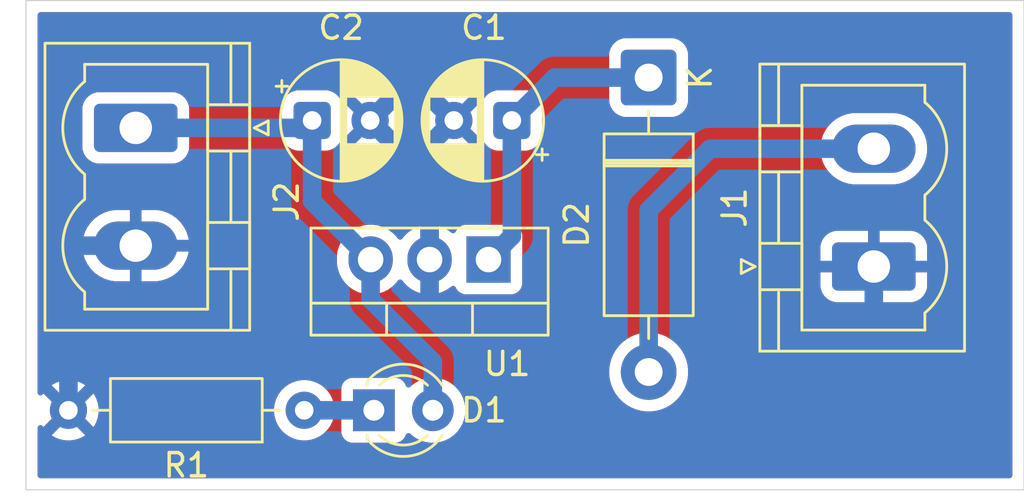
<source format=kicad_pcb>
(kicad_pcb (version 20241229) (generator "pcbnew") (generator_version "9.0")
  (layers (0 "F.Cu" signal) (2 "B.Cu" signal) (13 "F.Paste" user) (15 "B.Paste" user) (5 "F.SilkS" user "F.Silkscreen") (7 "B.SilkS" user "B.Silkscreen") (1 "F.Mask" user) (3 "B.Mask" user) (25 "Edge.Cuts" user))
  (net 0 "")
  (net 1 "Net-(D2-K)")
  (net 2 "GND")
  (net 3 "Net-(D1-A)")
  (net 4 "Net-(D1-K)")
  (net 5 "Net-(D2-A)")
  (footprint "Diode_THT:D_DO-15_P12.70mm_Horizontal" (layer "F.Cu") (at 125.6 91.65 -90)
    (property "Reference" "D2" (at 6.35 3.1 90) (layer "F.SilkS"))
    (property "Value" "D")
    (fp_line (start 1.44 0) (end 2.43 0) (stroke (width 0.12)) (layer "F.SilkS"))
    (fp_line (start 11.26 0) (end 10.27 0) (stroke (width 0.12)) (layer "F.SilkS"))
    (fp_line (start 3.57 -1.92) (end 3.57 1.92) (stroke (width 0.12)) (layer "F.SilkS"))
    (fp_line (start 3.69 -1.92) (end 3.69 1.92) (stroke (width 0.12)) (layer "F.SilkS"))
    (fp_line (start 3.81 -1.92) (end 3.81 1.92) (stroke (width 0.12)) (layer "F.SilkS"))
    (fp_rect (start 2.43 -1.92) (end 10.27 1.92) (stroke (width 0.12)) (fill no) (layer "F.SilkS"))
    (fp_text user "K" (at 0 -2.2 90) (layer "F.SilkS"))
    (pad "1" thru_hole roundrect (at 0 0 270) (size 2.4 2.4) (drill 1.2) (layers "*.Cu" "*.Mask") (roundrect_rratio 0.104167) (net 1 "Net-(D2-K)"))
    (pad "2" thru_hole circle (at 12.7 0 270) (size 2.4 2.4) (drill 1.2) (layers "*.Cu" "*.Mask") (net 5 "Net-(D2-A)"))
  )
  (footprint "LED_THT:LED_D3.0mm_FlatTop" (layer "F.Cu") (at 113.76 106)
    (property "Reference" "D1" (at 4.74 0 0) (layer "F.SilkS"))
    (property "Value" "LED")
    (fp_line (start -0.29 -1.236) (end -0.29 -1.08) (stroke (width 0.12)) (layer "F.SilkS"))
    (fp_line (start -0.29 1.08) (end -0.29 1.236) (stroke (width 0.12)) (layer "F.SilkS"))
    (fp_arc (start -0.29 -1.235516) (mid 1.36566 -1.987699) (end 2.941437 -1.08) (stroke (width 0.12)) (layer "F.SilkS"))
    (fp_arc (start 0.229039 -1.08) (mid 1.27 -1.5) (end 2.310961 -1.08) (stroke (width 0.12)) (layer "F.SilkS"))
    (fp_arc (start 2.310961 1.08) (mid 1.27 1.5) (end 0.229039 1.08) (stroke (width 0.12)) (layer "F.SilkS"))
    (fp_arc (start 2.941437 1.08) (mid 1.36566 1.987699) (end -0.29 1.235516) (stroke (width 0.12)) (layer "F.SilkS"))
    (pad "1" thru_hole rect (at 0 0) (size 1.8 1.8) (drill 0.9) (layers "*.Cu" "*.Mask") (net 4 "Net-(D1-K)"))
    (pad "2" thru_hole circle (at 2.54 0) (size 1.8 1.8) (drill 0.9) (layers "*.Cu" "*.Mask") (net 3 "Net-(D1-A)"))
  )
  (footprint "Connector_Phoenix_MSTB:PhoenixContact_MSTBVA_2,5_2-G-5,08_1x02_P5.08mm_Vertical" (layer "F.Cu") (at 103.5 93.82 -90)
    (property "Reference" "J2" (at 3.18 -6.5 90) (layer "F.SilkS"))
    (property "Value" "Conn_01x02_Socket")
    (fp_line (start -2.74 2.2) (end -2.74 -3.1) (stroke (width 0.12)) (layer "F.SilkS"))
    (fp_line (start -2 2.2) (end -2.74 2.2) (stroke (width 0.12)) (layer "F.SilkS"))
    (fp_line (start 2 2.2) (end 3.08 2.2) (stroke (width 0.12)) (layer "F.SilkS"))
    (fp_line (start 7.82 2.2) (end 7.08 2.2) (stroke (width 0.12)) (layer "F.SilkS"))
    (fp_line (start -2.74 -3.1) (end 7.82 -3.1) (stroke (width 0.12)) (layer "F.SilkS"))
    (fp_line (start 7.82 -3.1) (end 7.82 2.2) (stroke (width 0.12)) (layer "F.SilkS"))
    (fp_line (start -3.65 -4.1) (end -1.11 -4.1) (stroke (width 0.12)) (layer "F.SilkS"))
    (fp_line (start 1 -4.1) (end 4.08 -4.1) (stroke (width 0.12)) (layer "F.SilkS"))
    (fp_line (start 8.73 -4.1) (end 6.19 -4.1) (stroke (width 0.12)) (layer "F.SilkS"))
    (fp_line (start 0 -5.11) (end -0.3 -5.71) (stroke (width 0.12)) (layer "F.SilkS"))
    (fp_line (start -0.3 -5.71) (end 0.3 -5.71) (stroke (width 0.12)) (layer "F.SilkS"))
    (fp_line (start 0.3 -5.71) (end 0 -5.11) (stroke (width 0.12)) (layer "F.SilkS"))
    (fp_rect (start -3.65 -4.91) (end 8.73 3.91) (stroke (width 0.12)) (fill no) (layer "F.SilkS"))
    (fp_rect (start -1 -4.91) (end 1 -3.1) (stroke (width 0.12)) (fill no) (layer "F.SilkS"))
    (fp_rect (start 4.08 -4.91) (end 6.08 -3.1) (stroke (width 0.12)) (fill no) (layer "F.SilkS"))
    (fp_arc (start 1.986842 2.215821) (mid -0.010289 3.142758) (end -2 2.2) (stroke (width 0.12)) (layer "F.SilkS"))
    (fp_arc (start 7.066842 2.215821) (mid 5.069711 3.142758) (end 3.08 2.2) (stroke (width 0.12)) (layer "F.SilkS"))
    (pad "1" thru_hole roundrect (at 0 0 270) (size 2.08 3.6) (drill 1.4) (layers "*.Cu" "*.Mask") (roundrect_rratio 0.120192) (net 3 "Net-(D1-A)"))
    (pad "2" thru_hole oval (at 5.08 0 270) (size 2.08 3.6) (drill 1.4) (layers "*.Cu" "*.Mask") (net 2 "GND"))
  )
  (footprint "Resistor_THT:R_Axial_DIN0207_L6.3mm_D2.5mm_P10.16mm_Horizontal" (layer "F.Cu") (at 110.76 106 180)
    (property "Reference" "R1" (at 5.08 -2.37 0) (layer "F.SilkS"))
    (property "Value" "R")
    (fp_line (start 9.12 0) (end 8.35 0) (stroke (width 0.12)) (layer "F.SilkS"))
    (fp_line (start 1.04 0) (end 1.81 0) (stroke (width 0.12)) (layer "F.SilkS"))
    (fp_rect (start 1.81 -1.37) (end 8.35 1.37) (stroke (width 0.12)) (fill no) (layer "F.SilkS"))
    (pad "1" thru_hole circle (at 0 0 180) (size 1.6 1.6) (drill 0.8) (layers "*.Cu" "*.Mask") (net 4 "Net-(D1-K)"))
    (pad "2" thru_hole circle (at 10.16 0 180) (size 1.6 1.6) (drill 0.8) (layers "*.Cu" "*.Mask") (net 2 "GND"))
  )
  (footprint "Connector_Phoenix_MSTB:PhoenixContact_MSTBVA_2,5_2-G-5,08_1x02_P5.08mm_Vertical" (layer "F.Cu") (at 135.3 99.8 90)
    (property "Reference" "J1" (at 2.54 -6 90) (layer "F.SilkS"))
    (property "Value" "Conn_01x02_Socket")
    (fp_line (start 0.3 -5.71) (end 0 -5.11) (stroke (width 0.12)) (layer "F.SilkS"))
    (fp_line (start -0.3 -5.71) (end 0.3 -5.71) (stroke (width 0.12)) (layer "F.SilkS"))
    (fp_line (start 0 -5.11) (end -0.3 -5.71) (stroke (width 0.12)) (layer "F.SilkS"))
    (fp_line (start 8.73 -4.1) (end 6.19 -4.1) (stroke (width 0.12)) (layer "F.SilkS"))
    (fp_line (start 1 -4.1) (end 4.08 -4.1) (stroke (width 0.12)) (layer "F.SilkS"))
    (fp_line (start -3.65 -4.1) (end -1.11 -4.1) (stroke (width 0.12)) (layer "F.SilkS"))
    (fp_line (start 7.82 -3.1) (end 7.82 2.2) (stroke (width 0.12)) (layer "F.SilkS"))
    (fp_line (start -2.74 -3.1) (end 7.82 -3.1) (stroke (width 0.12)) (layer "F.SilkS"))
    (fp_line (start 7.82 2.2) (end 7.08 2.2) (stroke (width 0.12)) (layer "F.SilkS"))
    (fp_line (start 2 2.2) (end 3.08 2.2) (stroke (width 0.12)) (layer "F.SilkS"))
    (fp_line (start -2 2.2) (end -2.74 2.2) (stroke (width 0.12)) (layer "F.SilkS"))
    (fp_line (start -2.74 2.2) (end -2.74 -3.1) (stroke (width 0.12)) (layer "F.SilkS"))
    (fp_rect (start 4.08 -4.91) (end 6.08 -3.1) (stroke (width 0.12)) (fill no) (layer "F.SilkS"))
    (fp_rect (start -1 -4.91) (end 1 -3.1) (stroke (width 0.12)) (fill no) (layer "F.SilkS"))
    (fp_rect (start -3.65 -4.91) (end 8.73 3.91) (stroke (width 0.12)) (fill no) (layer "F.SilkS"))
    (fp_arc (start 7.066842 2.215821) (mid 5.069711 3.142758) (end 3.08 2.2) (stroke (width 0.12)) (layer "F.SilkS"))
    (fp_arc (start 1.986842 2.215821) (mid -0.010289 3.142758) (end -2 2.2) (stroke (width 0.12)) (layer "F.SilkS"))
    (pad "1" thru_hole roundrect (at 0 0 90) (size 2.08 3.6) (drill 1.4) (layers "*.Cu" "*.Mask") (roundrect_rratio 0.120192) (net 2 "GND"))
    (pad "2" thru_hole oval (at 5.08 0 90) (size 2.08 3.6) (drill 1.4) (layers "*.Cu" "*.Mask") (net 5 "Net-(D2-A)"))
  )
  (footprint "Capacitor_THT:CP_Radial_D5.0mm_P2.50mm" (layer "F.Cu") (at 119.7051 93.5 180)
    (property "Reference" "C1" (at 1.2051 4 0) (layer "F.SilkS"))
    (property "Value" "100uF/25v")
    (fp_line (start 3.85 -0.283) (end 3.85 0.283) (stroke (width 0.12)) (layer "F.SilkS"))
    (fp_line (start 3.81 -0.517) (end 3.81 0.517) (stroke (width 0.12)) (layer "F.SilkS"))
    (fp_line (start 3.77 -0.677) (end 3.77 0.677) (stroke (width 0.12)) (layer "F.SilkS"))
    (fp_line (start 3.73 -0.805) (end 3.73 0.805) (stroke (width 0.12)) (layer "F.SilkS"))
    (fp_line (start 3.69 -0.914) (end 3.69 0.914) (stroke (width 0.12)) (layer "F.SilkS"))
    (fp_line (start 3.65 -1.011) (end 3.65 1.011) (stroke (width 0.12)) (layer "F.SilkS"))
    (fp_line (start 3.61 -1.098) (end 3.61 1.098) (stroke (width 0.12)) (layer "F.SilkS"))
    (fp_line (start 3.57 -1.177) (end 3.57 1.177) (stroke (width 0.12)) (layer "F.SilkS"))
    (fp_line (start 3.53 1.04) (end 3.53 1.251) (stroke (width 0.12)) (layer "F.SilkS"))
    (fp_line (start 3.53 -1.251) (end 3.53 -1.04) (stroke (width 0.12)) (layer "F.SilkS"))
    (fp_line (start 3.49 1.04) (end 3.49 1.319) (stroke (width 0.12)) (layer "F.SilkS"))
    (fp_line (start 3.49 -1.319) (end 3.49 -1.04) (stroke (width 0.12)) (layer "F.SilkS"))
    (fp_line (start 3.45 1.04) (end 3.45 1.383) (stroke (width 0.12)) (layer "F.SilkS"))
    (fp_line (start 3.45 -1.383) (end 3.45 -1.04) (stroke (width 0.12)) (layer "F.SilkS"))
    (fp_line (start 3.41 1.04) (end 3.41 1.443) (stroke (width 0.12)) (layer "F.SilkS"))
    (fp_line (start 3.41 -1.443) (end 3.41 -1.04) (stroke (width 0.12)) (layer "F.SilkS"))
    (fp_line (start 3.37 1.04) (end 3.37 1.499) (stroke (width 0.12)) (layer "F.SilkS"))
    (fp_line (start 3.37 -1.499) (end 3.37 -1.04) (stroke (width 0.12)) (layer "F.SilkS"))
    (fp_line (start 3.33 1.04) (end 3.33 1.553) (stroke (width 0.12)) (layer "F.SilkS"))
    (fp_line (start 3.33 -1.553) (end 3.33 -1.04) (stroke (width 0.12)) (layer "F.SilkS"))
    (fp_line (start 3.29 1.04) (end 3.29 1.604) (stroke (width 0.12)) (layer "F.SilkS"))
    (fp_line (start 3.29 -1.604) (end 3.29 -1.04) (stroke (width 0.12)) (layer "F.SilkS"))
    (fp_line (start 3.25 1.04) (end 3.25 1.652) (stroke (width 0.12)) (layer "F.SilkS"))
    (fp_line (start 3.25 -1.652) (end 3.25 -1.04) (stroke (width 0.12)) (layer "F.SilkS"))
    (fp_line (start 3.21 1.04) (end 3.21 1.699) (stroke (width 0.12)) (layer "F.SilkS"))
    (fp_line (start 3.21 -1.699) (end 3.21 -1.04) (stroke (width 0.12)) (layer "F.SilkS"))
    (fp_line (start 3.17 1.04) (end 3.17 1.743) (stroke (width 0.12)) (layer "F.SilkS"))
    (fp_line (start 3.17 -1.743) (end 3.17 -1.04) (stroke (width 0.12)) (layer "F.SilkS"))
    (fp_line (start 3.13 1.04) (end 3.13 1.785) (stroke (width 0.12)) (layer "F.SilkS"))
    (fp_line (start 3.13 -1.785) (end 3.13 -1.04) (stroke (width 0.12)) (layer "F.SilkS"))
    (fp_line (start 3.09 1.04) (end 3.09 1.825) (stroke (width 0.12)) (layer "F.SilkS"))
    (fp_line (start 3.09 -1.825) (end 3.09 -1.04) (stroke (width 0.12)) (layer "F.SilkS"))
    (fp_line (start 3.05 1.04) (end 3.05 1.864) (stroke (width 0.12)) (layer "F.SilkS"))
    (fp_line (start 3.05 -1.864) (end 3.05 -1.04) (stroke (width 0.12)) (layer "F.SilkS"))
    (fp_line (start 3.01 1.04) (end 3.01 1.901) (stroke (width 0.12)) (layer "F.SilkS"))
    (fp_line (start 3.01 -1.901) (end 3.01 -1.04) (stroke (width 0.12)) (layer "F.SilkS"))
    (fp_line (start 2.97 1.04) (end 2.97 1.936) (stroke (width 0.12)) (layer "F.SilkS"))
    (fp_line (start 2.97 -1.936) (end 2.97 -1.04) (stroke (width 0.12)) (layer "F.SilkS"))
    (fp_line (start 2.93 1.04) (end 2.93 1.97) (stroke (width 0.12)) (layer "F.SilkS"))
    (fp_line (start 2.93 -1.97) (end 2.93 -1.04) (stroke (width 0.12)) (layer "F.SilkS"))
    (fp_line (start 2.89 1.04) (end 2.89 2.003) (stroke (width 0.12)) (layer "F.SilkS"))
    (fp_line (start 2.89 -2.003) (end 2.89 -1.04) (stroke (width 0.12)) (layer "F.SilkS"))
    (fp_line (start 2.85 1.04) (end 2.85 2.035) (stroke (width 0.12)) (layer "F.SilkS"))
    (fp_line (start 2.85 -2.035) (end 2.85 -1.04) (stroke (width 0.12)) (layer "F.SilkS"))
    (fp_line (start 2.81 1.04) (end 2.81 2.065) (stroke (width 0.12)) (layer "F.SilkS"))
    (fp_line (start 2.81 -2.065) (end 2.81 -1.04) (stroke (width 0.12)) (layer "F.SilkS"))
    (fp_line (start 2.77 1.04) (end 2.77 2.094) (stroke (width 0.12)) (layer "F.SilkS"))
    (fp_line (start 2.77 -2.094) (end 2.77 -1.04) (stroke (width 0.12)) (layer "F.SilkS"))
    (fp_line (start 2.73 1.04) (end 2.73 2.122) (stroke (width 0.12)) (layer "F.SilkS"))
    (fp_line (start 2.73 -2.122) (end 2.73 -1.04) (stroke (width 0.12)) (layer "F.SilkS"))
    (fp_line (start 2.69 1.04) (end 2.69 2.149) (stroke (width 0.12)) (layer "F.SilkS"))
    (fp_line (start 2.69 -2.149) (end 2.69 -1.04) (stroke (width 0.12)) (layer "F.SilkS"))
    (fp_line (start 2.65 1.04) (end 2.65 2.175) (stroke (width 0.12)) (layer "F.SilkS"))
    (fp_line (start 2.65 -2.175) (end 2.65 -1.04) (stroke (width 0.12)) (layer "F.SilkS"))
    (fp_line (start 2.61 1.04) (end 2.61 2.199) (stroke (width 0.12)) (layer "F.SilkS"))
    (fp_line (start 2.61 -2.199) (end 2.61 -1.04) (stroke (width 0.12)) (layer "F.SilkS"))
    (fp_line (start 2.57 1.04) (end 2.57 2.223) (stroke (width 0.12)) (layer "F.SilkS"))
    (fp_line (start 2.57 -2.223) (end 2.57 -1.04) (stroke (width 0.12)) (layer "F.SilkS"))
    (fp_line (start 2.53 1.04) (end 2.53 2.246) (stroke (width 0.12)) (layer "F.SilkS"))
    (fp_line (start 2.53 -2.246) (end 2.53 -1.04) (stroke (width 0.12)) (layer "F.SilkS"))
    (fp_line (start 2.49 1.04) (end 2.49 2.268) (stroke (width 0.12)) (layer "F.SilkS"))
    (fp_line (start 2.49 -2.268) (end 2.49 -1.04) (stroke (width 0.12)) (layer "F.SilkS"))
    (fp_line (start 2.45 1.04) (end 2.45 2.289) (stroke (width 0.12)) (layer "F.SilkS"))
    (fp_line (start 2.45 -2.289) (end 2.45 -1.04) (stroke (width 0.12)) (layer "F.SilkS"))
    (fp_line (start 2.41 1.04) (end 2.41 2.309) (stroke (width 0.12)) (layer "F.SilkS"))
    (fp_line (start 2.41 -2.309) (end 2.41 -1.04) (stroke (width 0.12)) (layer "F.SilkS"))
    (fp_line (start 2.37 1.04) (end 2.37 2.329) (stroke (width 0.12)) (layer "F.SilkS"))
    (fp_line (start 2.37 -2.329) (end 2.37 -1.04) (stroke (width 0.12)) (layer "F.SilkS"))
    (fp_line (start 2.33 1.04) (end 2.33 2.347) (stroke (width 0.12)) (layer "F.SilkS"))
    (fp_line (start 2.33 -2.347) (end 2.33 -1.04) (stroke (width 0.12)) (layer "F.SilkS"))
    (fp_line (start 2.29 1.04) (end 2.29 2.365) (stroke (width 0.12)) (layer "F.SilkS"))
    (fp_line (start 2.29 -2.365) (end 2.29 -1.04) (stroke (width 0.12)) (layer "F.SilkS"))
    (fp_line (start 2.25 1.04) (end 2.25 2.382) (stroke (width 0.12)) (layer "F.SilkS"))
    (fp_line (start 2.25 -2.382) (end 2.25 -1.04) (stroke (width 0.12)) (layer "F.SilkS"))
    (fp_line (start 2.21 1.04) (end 2.21 2.398) (stroke (width 0.12)) (layer "F.SilkS"))
    (fp_line (start 2.21 -2.398) (end 2.21 -1.04) (stroke (width 0.12)) (layer "F.SilkS"))
    (fp_line (start 2.17 1.04) (end 2.17 2.413) (stroke (width 0.12)) (layer "F.SilkS"))
    (fp_line (start 2.17 -2.413) (end 2.17 -1.04) (stroke (width 0.12)) (layer "F.SilkS"))
    (fp_line (start 2.13 1.04) (end 2.13 2.428) (stroke (width 0.12)) (layer "F.SilkS"))
    (fp_line (start 2.13 -2.428) (end 2.13 -1.04) (stroke (width 0.12)) (layer "F.SilkS"))
    (fp_line (start 2.09 1.04) (end 2.09 2.442) (stroke (width 0.12)) (layer "F.SilkS"))
    (fp_line (start 2.09 -2.442) (end 2.09 -1.04) (stroke (width 0.12)) (layer "F.SilkS"))
    (fp_line (start 2.05 1.04) (end 2.05 2.455) (stroke (width 0.12)) (layer "F.SilkS"))
    (fp_line (start 2.05 -2.455) (end 2.05 -1.04) (stroke (width 0.12)) (layer "F.SilkS"))
    (fp_line (start 2.01 1.04) (end 2.01 2.467) (stroke (width 0.12)) (layer "F.SilkS"))
    (fp_line (start 2.01 -2.467) (end 2.01 -1.04) (stroke (width 0.12)) (layer "F.SilkS"))
    (fp_line (start 1.97 1.04) (end 1.97 2.479) (stroke (width 0.12)) (layer "F.SilkS"))
    (fp_line (start 1.97 -2.479) (end 1.97 -1.04) (stroke (width 0.12)) (layer "F.SilkS"))
    (fp_line (start 1.93 1.04) (end 1.93 2.49) (stroke (width 0.12)) (layer "F.SilkS"))
    (fp_line (start 1.93 -2.49) (end 1.93 -1.04) (stroke (width 0.12)) (layer "F.SilkS"))
    (fp_line (start 1.89 1.04) (end 1.89 2.501) (stroke (width 0.12)) (layer "F.SilkS"))
    (fp_line (start 1.89 -2.501) (end 1.89 -1.04) (stroke (width 0.12)) (layer "F.SilkS"))
    (fp_line (start 1.85 1.04) (end 1.85 2.51) (stroke (width 0.12)) (layer "F.SilkS"))
    (fp_line (start 1.85 -2.51) (end 1.85 -1.04) (stroke (width 0.12)) (layer "F.SilkS"))
    (fp_line (start 1.81 1.04) (end 1.81 2.519) (stroke (width 0.12)) (layer "F.SilkS"))
    (fp_line (start 1.81 -2.519) (end 1.81 -1.04) (stroke (width 0.12)) (layer "F.SilkS"))
    (fp_line (start 1.77 1.04) (end 1.77 2.528) (stroke (width 0.12)) (layer "F.SilkS"))
    (fp_line (start 1.77 -2.528) (end 1.77 -1.04) (stroke (width 0.12)) (layer "F.SilkS"))
    (fp_line (start 1.73 1.04) (end 1.73 2.536) (stroke (width 0.12)) (layer "F.SilkS"))
    (fp_line (start 1.73 -2.536) (end 1.73 -1.04) (stroke (width 0.12)) (layer "F.SilkS"))
    (fp_line (start 1.69 1.04) (end 1.69 2.543) (stroke (width 0.12)) (layer "F.SilkS"))
    (fp_line (start 1.69 -2.543) (end 1.69 -1.04) (stroke (width 0.12)) (layer "F.SilkS"))
    (fp_line (start 1.65 1.04) (end 1.65 2.549) (stroke (width 0.12)) (layer "F.SilkS"))
    (fp_line (start 1.65 -2.549) (end 1.65 -1.04) (stroke (width 0.12)) (layer "F.SilkS"))
    (fp_line (start 1.61 1.04) (end 1.61 2.555) (stroke (width 0.12)) (layer "F.SilkS"))
    (fp_line (start 1.61 -2.555) (end 1.61 -1.04) (stroke (width 0.12)) (layer "F.SilkS"))
    (fp_line (start 1.57 1.04) (end 1.57 2.56) (stroke (width 0.12)) (layer "F.SilkS"))
    (fp_line (start 1.57 -2.56) (end 1.57 -1.04) (stroke (width 0.12)) (layer "F.SilkS"))
    (fp_line (start 1.53 1.04) (end 1.53 2.565) (stroke (width 0.12)) (layer "F.SilkS"))
    (fp_line (start 1.53 -2.565) (end 1.53 -1.04) (stroke (width 0.12)) (layer "F.SilkS"))
    (fp_line (start 1.49 1.04) (end 1.49 2.569) (stroke (width 0.12)) (layer "F.SilkS"))
    (fp_line (start 1.49 -2.569) (end 1.49 -1.04) (stroke (width 0.12)) (layer "F.SilkS"))
    (fp_line (start 1.45 -2.572) (end 1.45 2.572) (stroke (width 0.12)) (layer "F.SilkS"))
    (fp_line (start 1.41 -2.575) (end 1.41 2.575) (stroke (width 0.12)) (layer "F.SilkS"))
    (fp_line (start 1.37 -2.577) (end 1.37 2.577) (stroke (width 0.12)) (layer "F.SilkS"))
    (fp_line (start 1.33 -2.579) (end 1.33 2.579) (stroke (width 0.12)) (layer "F.SilkS"))
    (fp_line (start 1.29 -2.58) (end 1.29 2.58) (stroke (width 0.12)) (layer "F.SilkS"))
    (fp_line (start 1.25 -2.58) (end 1.25 2.58) (stroke (width 0.12)) (layer "F.SilkS"))
    (fp_line (start -1.304775 -1.725) (end -1.304775 -1.225) (stroke (width 0.12)) (layer "F.SilkS"))
    (fp_line (start -1.554775 -1.475) (end -1.054775 -1.475) (stroke (width 0.12)) (layer "F.SilkS"))
    (fp_circle (center 1.25 0) (end 3.87 0) (stroke (width 0.12)) (fill no) (layer "F.SilkS"))
    (pad "1" thru_hole roundrect (at 0 0 180) (size 1.6 1.6) (drill 0.8) (layers "*.Cu" "*.Mask") (roundrect_rratio 0.15625) (net 1 "Net-(D2-K)"))
    (pad "2" thru_hole circle (at 2.5 0 180) (size 1.6 1.6) (drill 0.8) (layers "*.Cu" "*.Mask") (net 2 "GND"))
  )
  (footprint "Capacitor_THT:CP_Radial_D5.0mm_P2.50mm" (layer "F.Cu") (at 111.1 93.5)
    (property "Reference" "C2" (at 1.25 -4 0) (layer "F.SilkS"))
    (property "Value" "10uF/10v")
    (fp_line (start -1.554775 -1.475) (end -1.054775 -1.475) (stroke (width 0.12)) (layer "F.SilkS"))
    (fp_line (start -1.304775 -1.725) (end -1.304775 -1.225) (stroke (width 0.12)) (layer "F.SilkS"))
    (fp_line (start 1.25 -2.58) (end 1.25 2.58) (stroke (width 0.12)) (layer "F.SilkS"))
    (fp_line (start 1.29 -2.58) (end 1.29 2.58) (stroke (width 0.12)) (layer "F.SilkS"))
    (fp_line (start 1.33 -2.579) (end 1.33 2.579) (stroke (width 0.12)) (layer "F.SilkS"))
    (fp_line (start 1.37 -2.577) (end 1.37 2.577) (stroke (width 0.12)) (layer "F.SilkS"))
    (fp_line (start 1.41 -2.575) (end 1.41 2.575) (stroke (width 0.12)) (layer "F.SilkS"))
    (fp_line (start 1.45 -2.572) (end 1.45 2.572) (stroke (width 0.12)) (layer "F.SilkS"))
    (fp_line (start 1.49 -2.569) (end 1.49 -1.04) (stroke (width 0.12)) (layer "F.SilkS"))
    (fp_line (start 1.49 1.04) (end 1.49 2.569) (stroke (width 0.12)) (layer "F.SilkS"))
    (fp_line (start 1.53 -2.565) (end 1.53 -1.04) (stroke (width 0.12)) (layer "F.SilkS"))
    (fp_line (start 1.53 1.04) (end 1.53 2.565) (stroke (width 0.12)) (layer "F.SilkS"))
    (fp_line (start 1.57 -2.56) (end 1.57 -1.04) (stroke (width 0.12)) (layer "F.SilkS"))
    (fp_line (start 1.57 1.04) (end 1.57 2.56) (stroke (width 0.12)) (layer "F.SilkS"))
    (fp_line (start 1.61 -2.555) (end 1.61 -1.04) (stroke (width 0.12)) (layer "F.SilkS"))
    (fp_line (start 1.61 1.04) (end 1.61 2.555) (stroke (width 0.12)) (layer "F.SilkS"))
    (fp_line (start 1.65 -2.549) (end 1.65 -1.04) (stroke (width 0.12)) (layer "F.SilkS"))
    (fp_line (start 1.65 1.04) (end 1.65 2.549) (stroke (width 0.12)) (layer "F.SilkS"))
    (fp_line (start 1.69 -2.543) (end 1.69 -1.04) (stroke (width 0.12)) (layer "F.SilkS"))
    (fp_line (start 1.69 1.04) (end 1.69 2.543) (stroke (width 0.12)) (layer "F.SilkS"))
    (fp_line (start 1.73 -2.536) (end 1.73 -1.04) (stroke (width 0.12)) (layer "F.SilkS"))
    (fp_line (start 1.73 1.04) (end 1.73 2.536) (stroke (width 0.12)) (layer "F.SilkS"))
    (fp_line (start 1.77 -2.528) (end 1.77 -1.04) (stroke (width 0.12)) (layer "F.SilkS"))
    (fp_line (start 1.77 1.04) (end 1.77 2.528) (stroke (width 0.12)) (layer "F.SilkS"))
    (fp_line (start 1.81 -2.519) (end 1.81 -1.04) (stroke (width 0.12)) (layer "F.SilkS"))
    (fp_line (start 1.81 1.04) (end 1.81 2.519) (stroke (width 0.12)) (layer "F.SilkS"))
    (fp_line (start 1.85 -2.51) (end 1.85 -1.04) (stroke (width 0.12)) (layer "F.SilkS"))
    (fp_line (start 1.85 1.04) (end 1.85 2.51) (stroke (width 0.12)) (layer "F.SilkS"))
    (fp_line (start 1.89 -2.501) (end 1.89 -1.04) (stroke (width 0.12)) (layer "F.SilkS"))
    (fp_line (start 1.89 1.04) (end 1.89 2.501) (stroke (width 0.12)) (layer "F.SilkS"))
    (fp_line (start 1.93 -2.49) (end 1.93 -1.04) (stroke (width 0.12)) (layer "F.SilkS"))
    (fp_line (start 1.93 1.04) (end 1.93 2.49) (stroke (width 0.12)) (layer "F.SilkS"))
    (fp_line (start 1.97 -2.479) (end 1.97 -1.04) (stroke (width 0.12)) (layer "F.SilkS"))
    (fp_line (start 1.97 1.04) (end 1.97 2.479) (stroke (width 0.12)) (layer "F.SilkS"))
    (fp_line (start 2.01 -2.467) (end 2.01 -1.04) (stroke (width 0.12)) (layer "F.SilkS"))
    (fp_line (start 2.01 1.04) (end 2.01 2.467) (stroke (width 0.12)) (layer "F.SilkS"))
    (fp_line (start 2.05 -2.455) (end 2.05 -1.04) (stroke (width 0.12)) (layer "F.SilkS"))
    (fp_line (start 2.05 1.04) (end 2.05 2.455) (stroke (width 0.12)) (layer "F.SilkS"))
    (fp_line (start 2.09 -2.442) (end 2.09 -1.04) (stroke (width 0.12)) (layer "F.SilkS"))
    (fp_line (start 2.09 1.04) (end 2.09 2.442) (stroke (width 0.12)) (layer "F.SilkS"))
    (fp_line (start 2.13 -2.428) (end 2.13 -1.04) (stroke (width 0.12)) (layer "F.SilkS"))
    (fp_line (start 2.13 1.04) (end 2.13 2.428) (stroke (width 0.12)) (layer "F.SilkS"))
    (fp_line (start 2.17 -2.413) (end 2.17 -1.04) (stroke (width 0.12)) (layer "F.SilkS"))
    (fp_line (start 2.17 1.04) (end 2.17 2.413) (stroke (width 0.12)) (layer "F.SilkS"))
    (fp_line (start 2.21 -2.398) (end 2.21 -1.04) (stroke (width 0.12)) (layer "F.SilkS"))
    (fp_line (start 2.21 1.04) (end 2.21 2.398) (stroke (width 0.12)) (layer "F.SilkS"))
    (fp_line (start 2.25 -2.382) (end 2.25 -1.04) (stroke (width 0.12)) (layer "F.SilkS"))
    (fp_line (start 2.25 1.04) (end 2.25 2.382) (stroke (width 0.12)) (layer "F.SilkS"))
    (fp_line (start 2.29 -2.365) (end 2.29 -1.04) (stroke (width 0.12)) (layer "F.SilkS"))
    (fp_line (start 2.29 1.04) (end 2.29 2.365) (stroke (width 0.12)) (layer "F.SilkS"))
    (fp_line (start 2.33 -2.347) (end 2.33 -1.04) (stroke (width 0.12)) (layer "F.SilkS"))
    (fp_line (start 2.33 1.04) (end 2.33 2.347) (stroke (width 0.12)) (layer "F.SilkS"))
    (fp_line (start 2.37 -2.329) (end 2.37 -1.04) (stroke (width 0.12)) (layer "F.SilkS"))
    (fp_line (start 2.37 1.04) (end 2.37 2.329) (stroke (width 0.12)) (layer "F.SilkS"))
    (fp_line (start 2.41 -2.309) (end 2.41 -1.04) (stroke (width 0.12)) (layer "F.SilkS"))
    (fp_line (start 2.41 1.04) (end 2.41 2.309) (stroke (width 0.12)) (layer "F.SilkS"))
    (fp_line (start 2.45 -2.289) (end 2.45 -1.04) (stroke (width 0.12)) (layer "F.SilkS"))
    (fp_line (start 2.45 1.04) (end 2.45 2.289) (stroke (width 0.12)) (layer "F.SilkS"))
    (fp_line (start 2.49 -2.268) (end 2.49 -1.04) (stroke (width 0.12)) (layer "F.SilkS"))
    (fp_line (start 2.49 1.04) (end 2.49 2.268) (stroke (width 0.12)) (layer "F.SilkS"))
    (fp_line (start 2.53 -2.246) (end 2.53 -1.04) (stroke (width 0.12)) (layer "F.SilkS"))
    (fp_line (start 2.53 1.04) (end 2.53 2.246) (stroke (width 0.12)) (layer "F.SilkS"))
    (fp_line (start 2.57 -2.223) (end 2.57 -1.04) (stroke (width 0.12)) (layer "F.SilkS"))
    (fp_line (start 2.57 1.04) (end 2.57 2.223) (stroke (width 0.12)) (layer "F.SilkS"))
    (fp_line (start 2.61 -2.199) (end 2.61 -1.04) (stroke (width 0.12)) (layer "F.SilkS"))
    (fp_line (start 2.61 1.04) (end 2.61 2.199) (stroke (width 0.12)) (layer "F.SilkS"))
    (fp_line (start 2.65 -2.175) (end 2.65 -1.04) (stroke (width 0.12)) (layer "F.SilkS"))
    (fp_line (start 2.65 1.04) (end 2.65 2.175) (stroke (width 0.12)) (layer "F.SilkS"))
    (fp_line (start 2.69 -2.149) (end 2.69 -1.04) (stroke (width 0.12)) (layer "F.SilkS"))
    (fp_line (start 2.69 1.04) (end 2.69 2.149) (stroke (width 0.12)) (layer "F.SilkS"))
    (fp_line (start 2.73 -2.122) (end 2.73 -1.04) (stroke (width 0.12)) (layer "F.SilkS"))
    (fp_line (start 2.73 1.04) (end 2.73 2.122) (stroke (width 0.12)) (layer "F.SilkS"))
    (fp_line (start 2.77 -2.094) (end 2.77 -1.04) (stroke (width 0.12)) (layer "F.SilkS"))
    (fp_line (start 2.77 1.04) (end 2.77 2.094) (stroke (width 0.12)) (layer "F.SilkS"))
    (fp_line (start 2.81 -2.065) (end 2.81 -1.04) (stroke (width 0.12)) (layer "F.SilkS"))
    (fp_line (start 2.81 1.04) (end 2.81 2.065) (stroke (width 0.12)) (layer "F.SilkS"))
    (fp_line (start 2.85 -2.035) (end 2.85 -1.04) (stroke (width 0.12)) (layer "F.SilkS"))
    (fp_line (start 2.85 1.04) (end 2.85 2.035) (stroke (width 0.12)) (layer "F.SilkS"))
    (fp_line (start 2.89 -2.003) (end 2.89 -1.04) (stroke (width 0.12)) (layer "F.SilkS"))
    (fp_line (start 2.89 1.04) (end 2.89 2.003) (stroke (width 0.12)) (layer "F.SilkS"))
    (fp_line (start 2.93 -1.97) (end 2.93 -1.04) (stroke (width 0.12)) (layer "F.SilkS"))
    (fp_line (start 2.93 1.04) (end 2.93 1.97) (stroke (width 0.12)) (layer "F.SilkS"))
    (fp_line (start 2.97 -1.936) (end 2.97 -1.04) (stroke (width 0.12)) (layer "F.SilkS"))
    (fp_line (start 2.97 1.04) (end 2.97 1.936) (stroke (width 0.12)) (layer "F.SilkS"))
    (fp_line (start 3.01 -1.901) (end 3.01 -1.04) (stroke (width 0.12)) (layer "F.SilkS"))
    (fp_line (start 3.01 1.04) (end 3.01 1.901) (stroke (width 0.12)) (layer "F.SilkS"))
    (fp_line (start 3.05 -1.864) (end 3.05 -1.04) (stroke (width 0.12)) (layer "F.SilkS"))
    (fp_line (start 3.05 1.04) (end 3.05 1.864) (stroke (width 0.12)) (layer "F.SilkS"))
    (fp_line (start 3.09 -1.825) (end 3.09 -1.04) (stroke (width 0.12)) (layer "F.SilkS"))
    (fp_line (start 3.09 1.04) (end 3.09 1.825) (stroke (width 0.12)) (layer "F.SilkS"))
    (fp_line (start 3.13 -1.785) (end 3.13 -1.04) (stroke (width 0.12)) (layer "F.SilkS"))
    (fp_line (start 3.13 1.04) (end 3.13 1.785) (stroke (width 0.12)) (layer "F.SilkS"))
    (fp_line (start 3.17 -1.743) (end 3.17 -1.04) (stroke (width 0.12)) (layer "F.SilkS"))
    (fp_line (start 3.17 1.04) (end 3.17 1.743) (stroke (width 0.12)) (layer "F.SilkS"))
    (fp_line (start 3.21 -1.699) (end 3.21 -1.04) (stroke (width 0.12)) (layer "F.SilkS"))
    (fp_line (start 3.21 1.04) (end 3.21 1.699) (stroke (width 0.12)) (layer "F.SilkS"))
    (fp_line (start 3.25 -1.652) (end 3.25 -1.04) (stroke (width 0.12)) (layer "F.SilkS"))
    (fp_line (start 3.25 1.04) (end 3.25 1.652) (stroke (width 0.12)) (layer "F.SilkS"))
    (fp_line (start 3.29 -1.604) (end 3.29 -1.04) (stroke (width 0.12)) (layer "F.SilkS"))
    (fp_line (start 3.29 1.04) (end 3.29 1.604) (stroke (width 0.12)) (layer "F.SilkS"))
    (fp_line (start 3.33 -1.553) (end 3.33 -1.04) (stroke (width 0.12)) (layer "F.SilkS"))
    (fp_line (start 3.33 1.04) (end 3.33 1.553) (stroke (width 0.12)) (layer "F.SilkS"))
    (fp_line (start 3.37 -1.499) (end 3.37 -1.04) (stroke (width 0.12)) (layer "F.SilkS"))
    (fp_line (start 3.37 1.04) (end 3.37 1.499) (stroke (width 0.12)) (layer "F.SilkS"))
    (fp_line (start 3.41 -1.443) (end 3.41 -1.04) (stroke (width 0.12)) (layer "F.SilkS"))
    (fp_line (start 3.41 1.04) (end 3.41 1.443) (stroke (width 0.12)) (layer "F.SilkS"))
    (fp_line (start 3.45 -1.383) (end 3.45 -1.04) (stroke (width 0.12)) (layer "F.SilkS"))
    (fp_line (start 3.45 1.04) (end 3.45 1.383) (stroke (width 0.12)) (layer "F.SilkS"))
    (fp_line (start 3.49 -1.319) (end 3.49 -1.04) (stroke (width 0.12)) (layer "F.SilkS"))
    (fp_line (start 3.49 1.04) (end 3.49 1.319) (stroke (width 0.12)) (layer "F.SilkS"))
    (fp_line (start 3.53 -1.251) (end 3.53 -1.04) (stroke (width 0.12)) (layer "F.SilkS"))
    (fp_line (start 3.53 1.04) (end 3.53 1.251) (stroke (width 0.12)) (layer "F.SilkS"))
    (fp_line (start 3.57 -1.177) (end 3.57 1.177) (stroke (width 0.12)) (layer "F.SilkS"))
    (fp_line (start 3.61 -1.098) (end 3.61 1.098) (stroke (width 0.12)) (layer "F.SilkS"))
    (fp_line (start 3.65 -1.011) (end 3.65 1.011) (stroke (width 0.12)) (layer "F.SilkS"))
    (fp_line (start 3.69 -0.914) (end 3.69 0.914) (stroke (width 0.12)) (layer "F.SilkS"))
    (fp_line (start 3.73 -0.805) (end 3.73 0.805) (stroke (width 0.12)) (layer "F.SilkS"))
    (fp_line (start 3.77 -0.677) (end 3.77 0.677) (stroke (width 0.12)) (layer "F.SilkS"))
    (fp_line (start 3.81 -0.517) (end 3.81 0.517) (stroke (width 0.12)) (layer "F.SilkS"))
    (fp_line (start 3.85 -0.283) (end 3.85 0.283) (stroke (width 0.12)) (layer "F.SilkS"))
    (fp_circle (center 1.25 0) (end 3.87 0) (stroke (width 0.12)) (fill no) (layer "F.SilkS"))
    (pad "1" thru_hole roundrect (at 0 0) (size 1.6 1.6) (drill 0.8) (layers "*.Cu" "*.Mask") (roundrect_rratio 0.15625) (net 3 "Net-(D1-A)"))
    (pad "2" thru_hole circle (at 2.5 0) (size 1.6 1.6) (drill 0.8) (layers "*.Cu" "*.Mask") (net 2 "GND"))
  )
  (footprint "Package_TO_SOT_THT:TO-220-3_Vertical" (layer "F.Cu") (at 118.7 99.5 180)
    (property "Reference" "U1" (at -0.8 -4.5 0) (layer "F.SilkS"))
    (property "Value" "LM7805_TO220")
    (fp_line (start 7.65 1.36) (end -2.57 1.36) (stroke (width 0.12)) (layer "F.SilkS"))
    (fp_line (start 7.65 -3.26) (end 7.65 1.36) (stroke (width 0.12)) (layer "F.SilkS"))
    (fp_line (start 4.39 -3.26) (end 4.39 -1.88) (stroke (width 0.12)) (layer "F.SilkS"))
    (fp_line (start 0.69 -3.26) (end 0.69 -1.88) (stroke (width 0.12)) (layer "F.SilkS"))
    (fp_line (start -2.57 1.36) (end -2.57 -3.26) (stroke (width 0.12)) (layer "F.SilkS"))
    (fp_line (start -2.57 -1.88) (end 7.65 -1.88) (stroke (width 0.12)) (layer "F.SilkS"))
    (fp_line (start -2.57 -3.26) (end 7.65 -3.26) (stroke (width 0.12)) (layer "F.SilkS"))
    (pad "1" thru_hole rect (at 0 0 180) (size 1.905 2) (drill 1.1) (layers "*.Cu" "*.Mask") (net 1 "Net-(D2-K)"))
    (pad "2" thru_hole oval (at 2.54 0 180) (size 1.905 2) (drill 1.1) (layers "*.Cu" "*.Mask") (net 2 "GND"))
    (pad "3" thru_hole oval (at 5.08 0 180) (size 1.905 2) (drill 1.1) (layers "*.Cu" "*.Mask") (net 3 "Net-(D1-A)"))
  )
  (gr_rect (start 98.77 88.33) (end 141.77 109.43) (stroke (width 0.05)) (fill no) (layer "Edge.Cuts"))
  (segment (start 119.7051 98.4949) (end 118.7 99.5) (width 0.8) (layer "B.Cu") (net 1))
  (segment (start 119.7051 93.5) (end 119.7051 98.4949) (width 0.8) (layer "B.Cu") (net 1))
  (segment (start 121.5551 91.65) (end 119.7051 93.5) (width 0.8) (layer "B.Cu") (net 1))
  (segment (start 125.6 91.65) (end 121.5551 91.65) (width 0.8) (layer "B.Cu") (net 1))
  (segment (start 115.4 91) (end 115.3 91.1) (width 0.8) (layer "B.Cu") (net 2))
  (segment (start 100.6 90.2) (end 101.2 89.6) (width 0.8) (layer "B.Cu") (net 2))
  (segment (start 135.3 99.8) (end 135.3 103.775) (width 0.8) (layer "B.Cu") (net 2))
  (segment (start 115.3 91.1) (end 115.3 91.8) (width 0.8) (layer "B.Cu") (net 2))
  (segment (start 114.1 89.7) (end 115.4 91) (width 0.8) (layer "B.Cu") (net 2))
  (segment (start 116.16 94.5451) (end 117.2051 93.5) (width 0.8) (layer "B.Cu") (net 2))
  (segment (start 122.2 107.375) (end 131.7 107.375) (width 0.8) (layer "B.Cu") (net 2))
  (segment (start 131.7 107.375) (end 135.3 103.775) (width 0.8) (layer "B.Cu") (net 2))
  (segment (start 100.6 90.2) (end 100.6 99.2) (width 0.8) (layer "B.Cu") (net 2))
  (segment (start 116.16 99.5) (end 116.16 96.06) (width 0.8) (layer "B.Cu") (net 2))
  (segment (start 112.3 89.6) (end 112.4 89.7) (width 0.8) (layer "B.Cu") (net 2))
  (segment (start 100.9 98.9) (end 100.6 99.2) (width 0.8) (layer "B.Cu") (net 2))
  (segment (start 116.16 99.5) (end 116.16 101.335) (width 0.8) (layer "B.Cu") (net 2))
  (segment (start 112.4 89.7) (end 114.1 89.7) (width 0.8) (layer "B.Cu") (net 2))
  (segment (start 103.5 98.9) (end 100.9 98.9) (width 0.8) (layer "B.Cu") (net 2))
  (segment (start 117.2051 93.5) (end 115.4 91.6949) (width 0.8) (layer "B.Cu") (net 2))
  (segment (start 100.6 99.2) (end 100.6 106) (width 0.8) (layer "B.Cu") (net 2))
  (segment (start 116.16 96.06) (end 113.6 93.5) (width 0.8) (layer "B.Cu") (net 2))
  (segment (start 101.2 89.6) (end 112.3 89.6) (width 0.8) (layer "B.Cu") (net 2))
  (segment (start 115.3 91.8) (end 113.6 93.5) (width 0.8) (layer "B.Cu") (net 2))
  (segment (start 115.4 91.6949) (end 115.4 91) (width 0.8) (layer "B.Cu") (net 2))
  (segment (start 116.16 99.5) (end 116.16 94.5451) (width 0.8) (layer "B.Cu") (net 2))
  (segment (start 116.16 101.335) (end 122.2 107.375) (width 0.8) (layer "B.Cu") (net 2))
  (segment (start 113.62 99.5) (end 113.62 101.22) (width 0.8) (layer "B.Cu") (net 3))
  (segment (start 113.62 101.22) (end 116.3 103.9) (width 0.8) (layer "B.Cu") (net 3))
  (segment (start 103.5 93.82) (end 110.78 93.82) (width 0.8) (layer "B.Cu") (net 3))
  (segment (start 110.78 93.82) (end 111.1 93.5) (width 0.8) (layer "B.Cu") (net 3))
  (segment (start 116.3 103.9) (end 116.3 106) (width 0.8) (layer "B.Cu") (net 3))
  (segment (start 111.1 93.5) (end 111.1 96.98) (width 0.8) (layer "B.Cu") (net 3))
  (segment (start 111.1 96.98) (end 113.62 99.5) (width 0.8) (layer "B.Cu") (net 3))
  (segment (start 113.76 106) (end 111.08 106) (width 0.8) (layer "B.Cu") (net 4))
  (segment (start 111.08 106) (end 110.88 105.8) (width 0.8) (layer "B.Cu") (net 4))
  (segment (start 125.6 97.37) (end 128.25 94.72) (width 0.8) (layer "B.Cu") (net 5))
  (segment (start 135.3 94.72) (end 128.25 94.72) (width 0.8) (layer "B.Cu") (net 5))
  (segment (start 125.6 104.35) (end 125.6 97.37) (width 0.8) (layer "B.Cu") (net 5))
  (zone (net 2) (net_name "GND") (layers "F.Cu" "B.Cu") (connect_pads (clearance 0.5)) (min_thickness 0.25) (fill yes (thermal_gap 0.5) (thermal_bridge_width 0.5))
    (polygon (pts (xy 98.775 88.35) (xy 141.775 88.325) (xy 141.775 109.425) (xy 98.775 109.425)))
  )
)
</source>
